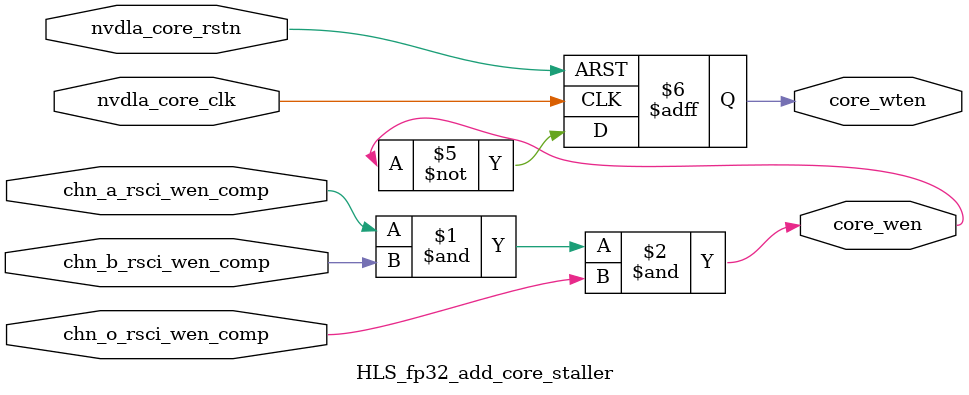
<source format=v>
module HLS_fp32_add_core_staller (
  nvdla_core_clk, nvdla_core_rstn, core_wen, chn_a_rsci_wen_comp, core_wten, chn_b_rsci_wen_comp,
      chn_o_rsci_wen_comp
);
  input nvdla_core_clk;
  input nvdla_core_rstn;
  output core_wen;
  input chn_a_rsci_wen_comp;
  output core_wten;
  reg core_wten;
  input chn_b_rsci_wen_comp;
  input chn_o_rsci_wen_comp;
  assign core_wen = chn_a_rsci_wen_comp & chn_b_rsci_wen_comp & chn_o_rsci_wen_comp;
  always @(posedge nvdla_core_clk or negedge nvdla_core_rstn) begin
    if ( ~ nvdla_core_rstn ) begin
      core_wten <= 1'b0;
    end
    else begin
      core_wten <= ~ core_wen;
    end
  end
endmodule
</source>
